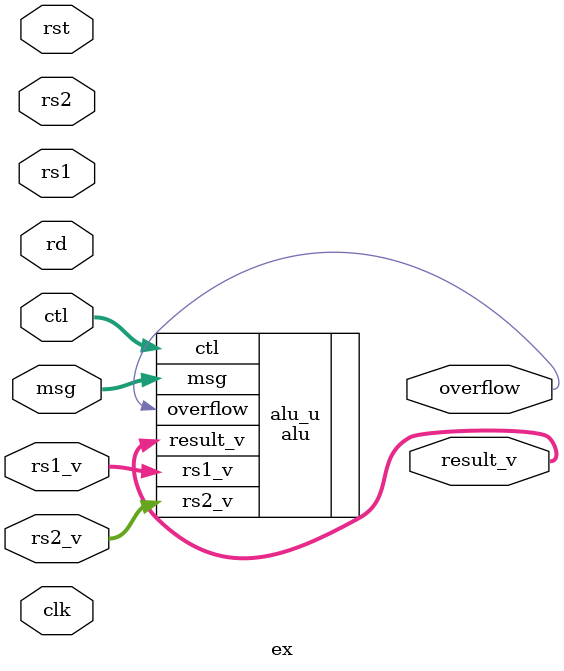
<source format=v>
module ex(
    input clk,
    input rst,
    input [4:0] rs1,
    input [4:0] rs2,
    input [4:0] rd,
    input [31:0] rs1_v,
    input [31:0] rs2_v,
    input [3:0] msg,
    input [4:0] ctl,
    output [31:0] result_v,
    output overflow
);


alu alu_u(
    .ctl(ctl),
    .msg(msg),
    .rs1_v(rs1_v),
    .rs2_v(rs2_v),
    .result_v(result_v),
    .overflow(overflow)
);

endmodule
</source>
